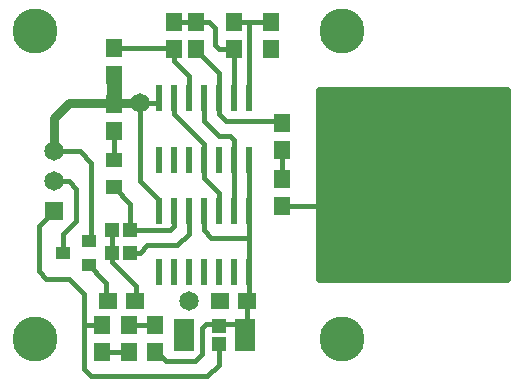
<source format=gbr>
%FSLAX23Y23*%
%MOIN*%
G04 EasyPC Gerber Version 18.0.1 Build 3581 *
%ADD129R,0.02360X0.08660*%
%ADD130R,0.04500X0.05000*%
%ADD127R,0.05500X0.06000*%
%ADD132R,0.07000X0.11000*%
%ADD74R,0.06000X0.06000*%
%ADD72C,0.01575*%
%ADD100C,0.02500*%
%ADD135C,0.02953*%
%ADD136C,0.05118*%
%ADD134C,0.06496*%
%ADD81C,0.06500*%
%ADD128C,0.15000*%
%ADD131R,0.04800X0.04000*%
%ADD133R,0.05000X0.04500*%
%ADD75R,0.05512X0.04528*%
%ADD126R,0.06000X0.05500*%
X0Y0D02*
D02*
D72*
X769Y770D02*
Y833D01*
X813Y877*
Y983*
X788Y1008*
X738*
X838Y528D02*
Y633D01*
X788Y683*
X713*
X688Y708*
Y858*
X738Y908*
X856Y810D02*
X863D01*
Y1070*
X825Y1108*
X738*
X900Y438D02*
X988D01*
X900Y528D02*
X838D01*
X918Y608D02*
X913D01*
Y670*
X845Y738*
Y730*
X856*
X933Y845D02*
Y738D01*
X1013Y658*
Y608*
X1008*
X938Y1078D02*
Y1175D01*
Y1453D02*
X1138D01*
Y1450*
X988Y528D02*
X1075D01*
X993Y770D02*
X1025D01*
X1050Y795*
X1150*
X1188Y833*
Y910*
X993Y845D02*
Y933D01*
X938Y988*
X993Y845D02*
X1125D01*
X1138Y858*
Y910*
X1075Y438D02*
X1083D01*
X1113Y408*
X1208*
X1233Y433*
Y520*
X1245Y533*
X1377*
Y495*
X1088Y910D02*
Y945D01*
X1025Y1008*
Y1270*
X1088Y1285D02*
Y1270D01*
X1025*
X1138Y1285D02*
Y1233D01*
X1238Y1133*
Y1020*
X1288Y970*
Y910*
X1188Y1285D02*
Y1358D01*
X1138Y1408*
Y1450*
X1213D02*
Y1445D01*
X1288Y1370*
Y1285*
X1213Y1540D02*
X1255D01*
X1275Y1520*
Y1463*
X1288Y1450*
X1338*
X1213Y1540D02*
X1138D01*
X1238Y910D02*
Y845D01*
X1263Y820*
X1388*
X1238Y1285D02*
Y1208D01*
X1288Y1158*
X1325*
X1338Y1145*
Y910*
X1288Y465D02*
Y395D01*
X1250Y358*
X863*
X838Y383*
Y528*
X1288Y1285D02*
Y1233D01*
X1313Y1208*
X1495*
X1500Y1203*
X1338Y1285D02*
Y1450D01*
Y1540D02*
X1350D01*
Y1533*
X1358Y1540*
X1463*
X1383Y608D02*
Y501D01*
X1377Y495*
X1388Y705D02*
Y613D01*
X1383Y608*
X1388Y705D02*
Y820D01*
Y910*
Y1080D02*
Y910D01*
Y1285D02*
Y1540D01*
X1338*
X1500Y925D02*
X1650D01*
Y870*
X1688*
Y875*
X1500Y1113D02*
Y1015D01*
D02*
D74*
X738Y908D03*
D02*
D75*
X938Y988D03*
Y1078D03*
D02*
D81*
X738Y1008D03*
Y1108D03*
D02*
D100*
X2250Y1308D02*
Y683D01*
X1625*
Y1308*
X2250*
G36*
Y683*
X1625*
Y1308*
X2250*
G37*
D02*
D126*
X918Y608D03*
X1008D03*
X1293D03*
X1383D03*
D02*
D127*
X900Y438D03*
Y528D03*
X938Y1175D03*
Y1265D03*
Y1363D03*
Y1453D03*
X988Y438D03*
Y528D03*
X1075Y438D03*
Y528D03*
X1138Y1450D03*
Y1540D03*
X1213Y1450D03*
Y1540D03*
X1338Y1450D03*
Y1540D03*
X1463Y1450D03*
Y1540D03*
X1500Y925D03*
Y1015D03*
Y1113D03*
Y1203D03*
D02*
D128*
X676Y483D03*
Y1508D03*
X1700Y483D03*
Y1508D03*
D02*
D129*
X1088Y705D03*
Y910D03*
Y1080D03*
Y1285D03*
X1138Y705D03*
Y910D03*
Y1080D03*
Y1285D03*
X1188Y705D03*
Y910D03*
Y1080D03*
Y1285D03*
X1238Y705D03*
Y910D03*
Y1080D03*
Y1285D03*
X1288Y705D03*
Y910D03*
Y1080D03*
Y1285D03*
X1338Y705D03*
Y910D03*
Y1080D03*
Y1285D03*
X1388Y705D03*
Y910D03*
Y1080D03*
Y1285D03*
D02*
D130*
X933Y770D03*
Y845D03*
X993Y770D03*
Y845D03*
D02*
D131*
X769Y770D03*
X856Y730D03*
Y810D03*
D02*
D132*
X1173Y495D03*
X1377D03*
D02*
D133*
X1288Y465D03*
Y525D03*
D02*
D134*
X1025Y1270D03*
X1188Y608D03*
D02*
D135*
X738Y1108D02*
Y1220D01*
X788Y1270*
X930*
X935Y1265*
X938*
X1025Y1270D02*
X938D01*
Y1265*
D02*
D136*
Y1363D02*
Y1265D01*
X0Y0D02*
M02*

</source>
